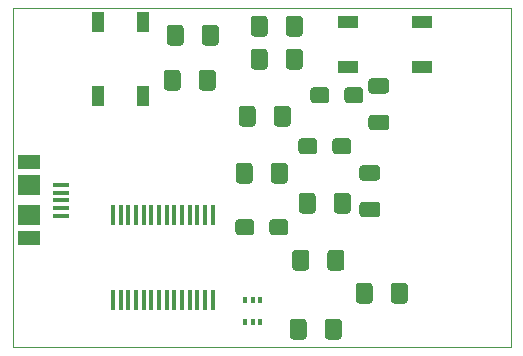
<source format=gbr>
G04 #@! TF.GenerationSoftware,KiCad,Pcbnew,5.1.9+dfsg1-1*
G04 #@! TF.CreationDate,2021-07-15T21:40:15-06:00*
G04 #@! TF.ProjectId,ESP_Programmer,4553505f-5072-46f6-9772-616d6d65722e,rev?*
G04 #@! TF.SameCoordinates,Original*
G04 #@! TF.FileFunction,Paste,Top*
G04 #@! TF.FilePolarity,Positive*
%FSLAX46Y46*%
G04 Gerber Fmt 4.6, Leading zero omitted, Abs format (unit mm)*
G04 Created by KiCad (PCBNEW 5.1.9+dfsg1-1) date 2021-07-15 21:40:15*
%MOMM*%
%LPD*%
G01*
G04 APERTURE LIST*
G04 #@! TA.AperFunction,Profile*
%ADD10C,0.050000*%
G04 #@! TD*
%ADD11R,0.450000X1.750000*%
%ADD12R,1.000001X1.699999*%
%ADD13R,1.699999X1.000001*%
%ADD14R,0.420000X0.600000*%
%ADD15R,0.100000X0.500000*%
%ADD16R,1.900000X1.260000*%
%ADD17R,1.900000X1.800000*%
%ADD18R,1.350000X0.400000*%
G04 APERTURE END LIST*
D10*
X184658000Y-116840000D02*
X195580000Y-116840000D01*
X184658000Y-88138000D02*
X184658000Y-116840000D01*
X184912000Y-88138000D02*
X184658000Y-88138000D01*
X226822000Y-88138000D02*
X184912000Y-88138000D01*
X226822000Y-116840000D02*
X226822000Y-88138000D01*
X226568000Y-116840000D02*
X226822000Y-116840000D01*
X195580000Y-116840000D02*
X226568000Y-116840000D01*
G04 #@! TO.C,R6*
G36*
G01*
X215509000Y-105832000D02*
X214259000Y-105832000D01*
G75*
G02*
X214009000Y-105582000I0J250000D01*
G01*
X214009000Y-104782000D01*
G75*
G02*
X214259000Y-104532000I250000J0D01*
G01*
X215509000Y-104532000D01*
G75*
G02*
X215759000Y-104782000I0J-250000D01*
G01*
X215759000Y-105582000D01*
G75*
G02*
X215509000Y-105832000I-250000J0D01*
G01*
G37*
G36*
G01*
X215509000Y-102732000D02*
X214259000Y-102732000D01*
G75*
G02*
X214009000Y-102482000I0J250000D01*
G01*
X214009000Y-101682000D01*
G75*
G02*
X214259000Y-101432000I250000J0D01*
G01*
X215509000Y-101432000D01*
G75*
G02*
X215759000Y-101682000I0J-250000D01*
G01*
X215759000Y-102482000D01*
G75*
G02*
X215509000Y-102732000I-250000J0D01*
G01*
G37*
G04 #@! TD*
G04 #@! TO.C,R5*
G36*
G01*
X216271000Y-98466000D02*
X215021000Y-98466000D01*
G75*
G02*
X214771000Y-98216000I0J250000D01*
G01*
X214771000Y-97416000D01*
G75*
G02*
X215021000Y-97166000I250000J0D01*
G01*
X216271000Y-97166000D01*
G75*
G02*
X216521000Y-97416000I0J-250000D01*
G01*
X216521000Y-98216000D01*
G75*
G02*
X216271000Y-98466000I-250000J0D01*
G01*
G37*
G36*
G01*
X216271000Y-95366000D02*
X215021000Y-95366000D01*
G75*
G02*
X214771000Y-95116000I0J250000D01*
G01*
X214771000Y-94316000D01*
G75*
G02*
X215021000Y-94066000I250000J0D01*
G01*
X216271000Y-94066000D01*
G75*
G02*
X216521000Y-94316000I0J-250000D01*
G01*
X216521000Y-95116000D01*
G75*
G02*
X216271000Y-95366000I-250000J0D01*
G01*
G37*
G04 #@! TD*
G04 #@! TO.C,D2*
G36*
G01*
X204810000Y-90287000D02*
X204810000Y-89037000D01*
G75*
G02*
X205060000Y-88787000I250000J0D01*
G01*
X205985000Y-88787000D01*
G75*
G02*
X206235000Y-89037000I0J-250000D01*
G01*
X206235000Y-90287000D01*
G75*
G02*
X205985000Y-90537000I-250000J0D01*
G01*
X205060000Y-90537000D01*
G75*
G02*
X204810000Y-90287000I0J250000D01*
G01*
G37*
G36*
G01*
X207785000Y-90287000D02*
X207785000Y-89037000D01*
G75*
G02*
X208035000Y-88787000I250000J0D01*
G01*
X208960000Y-88787000D01*
G75*
G02*
X209210000Y-89037000I0J-250000D01*
G01*
X209210000Y-90287000D01*
G75*
G02*
X208960000Y-90537000I-250000J0D01*
G01*
X208035000Y-90537000D01*
G75*
G02*
X207785000Y-90287000I0J250000D01*
G01*
G37*
G04 #@! TD*
G04 #@! TO.C,D1*
G36*
G01*
X204810000Y-93081000D02*
X204810000Y-91831000D01*
G75*
G02*
X205060000Y-91581000I250000J0D01*
G01*
X205985000Y-91581000D01*
G75*
G02*
X206235000Y-91831000I0J-250000D01*
G01*
X206235000Y-93081000D01*
G75*
G02*
X205985000Y-93331000I-250000J0D01*
G01*
X205060000Y-93331000D01*
G75*
G02*
X204810000Y-93081000I0J250000D01*
G01*
G37*
G36*
G01*
X207785000Y-93081000D02*
X207785000Y-91831000D01*
G75*
G02*
X208035000Y-91581000I250000J0D01*
G01*
X208960000Y-91581000D01*
G75*
G02*
X209210000Y-91831000I0J-250000D01*
G01*
X209210000Y-93081000D01*
G75*
G02*
X208960000Y-93331000I-250000J0D01*
G01*
X208035000Y-93331000D01*
G75*
G02*
X207785000Y-93081000I0J250000D01*
G01*
G37*
G04 #@! TD*
D11*
G04 #@! TO.C,U1*
X193133000Y-105620000D03*
X193783000Y-105620000D03*
X194433000Y-105620000D03*
X195083000Y-105620000D03*
X195733000Y-105620000D03*
X196383000Y-105620000D03*
X197033000Y-105620000D03*
X197683000Y-105620000D03*
X198333000Y-105620000D03*
X198983000Y-105620000D03*
X199633000Y-105620000D03*
X200283000Y-105620000D03*
X200933000Y-105620000D03*
X201583000Y-105620000D03*
X201583000Y-112820000D03*
X200933000Y-112820000D03*
X200283000Y-112820000D03*
X199633000Y-112820000D03*
X198983000Y-112820000D03*
X198333000Y-112820000D03*
X197683000Y-112820000D03*
X197033000Y-112820000D03*
X196383000Y-112820000D03*
X195733000Y-112820000D03*
X195083000Y-112820000D03*
X194433000Y-112820000D03*
X193783000Y-112820000D03*
X193133000Y-112820000D03*
G04 #@! TD*
D12*
G04 #@! TO.C,SW2*
X195702001Y-95605996D03*
X195702001Y-89305999D03*
X191902004Y-95605996D03*
X191902004Y-89305999D03*
G04 #@! TD*
D13*
G04 #@! TO.C,SW1*
X219303996Y-89285999D03*
X213003999Y-89285999D03*
X219303996Y-93085996D03*
X213003999Y-93085996D03*
G04 #@! TD*
G04 #@! TO.C,R4*
G36*
G01*
X206515000Y-102733000D02*
X206515000Y-101483000D01*
G75*
G02*
X206765000Y-101233000I250000J0D01*
G01*
X207690000Y-101233000D01*
G75*
G02*
X207940000Y-101483000I0J-250000D01*
G01*
X207940000Y-102733000D01*
G75*
G02*
X207690000Y-102983000I-250000J0D01*
G01*
X206765000Y-102983000D01*
G75*
G02*
X206515000Y-102733000I0J250000D01*
G01*
G37*
G36*
G01*
X203540000Y-102733000D02*
X203540000Y-101483000D01*
G75*
G02*
X203790000Y-101233000I250000J0D01*
G01*
X204715000Y-101233000D01*
G75*
G02*
X204965000Y-101483000I0J-250000D01*
G01*
X204965000Y-102733000D01*
G75*
G02*
X204715000Y-102983000I-250000J0D01*
G01*
X203790000Y-102983000D01*
G75*
G02*
X203540000Y-102733000I0J250000D01*
G01*
G37*
G04 #@! TD*
G04 #@! TO.C,R3*
G36*
G01*
X206769000Y-97907000D02*
X206769000Y-96657000D01*
G75*
G02*
X207019000Y-96407000I250000J0D01*
G01*
X207944000Y-96407000D01*
G75*
G02*
X208194000Y-96657000I0J-250000D01*
G01*
X208194000Y-97907000D01*
G75*
G02*
X207944000Y-98157000I-250000J0D01*
G01*
X207019000Y-98157000D01*
G75*
G02*
X206769000Y-97907000I0J250000D01*
G01*
G37*
G36*
G01*
X203794000Y-97907000D02*
X203794000Y-96657000D01*
G75*
G02*
X204044000Y-96407000I250000J0D01*
G01*
X204969000Y-96407000D01*
G75*
G02*
X205219000Y-96657000I0J-250000D01*
G01*
X205219000Y-97907000D01*
G75*
G02*
X204969000Y-98157000I-250000J0D01*
G01*
X204044000Y-98157000D01*
G75*
G02*
X203794000Y-97907000I0J250000D01*
G01*
G37*
G04 #@! TD*
G04 #@! TO.C,R2*
G36*
G01*
X215125000Y-111643000D02*
X215125000Y-112893000D01*
G75*
G02*
X214875000Y-113143000I-250000J0D01*
G01*
X213950000Y-113143000D01*
G75*
G02*
X213700000Y-112893000I0J250000D01*
G01*
X213700000Y-111643000D01*
G75*
G02*
X213950000Y-111393000I250000J0D01*
G01*
X214875000Y-111393000D01*
G75*
G02*
X215125000Y-111643000I0J-250000D01*
G01*
G37*
G36*
G01*
X218100000Y-111643000D02*
X218100000Y-112893000D01*
G75*
G02*
X217850000Y-113143000I-250000J0D01*
G01*
X216925000Y-113143000D01*
G75*
G02*
X216675000Y-112893000I0J250000D01*
G01*
X216675000Y-111643000D01*
G75*
G02*
X216925000Y-111393000I250000J0D01*
G01*
X217850000Y-111393000D01*
G75*
G02*
X218100000Y-111643000I0J-250000D01*
G01*
G37*
G04 #@! TD*
G04 #@! TO.C,R1*
G36*
G01*
X209537000Y-114691000D02*
X209537000Y-115941000D01*
G75*
G02*
X209287000Y-116191000I-250000J0D01*
G01*
X208362000Y-116191000D01*
G75*
G02*
X208112000Y-115941000I0J250000D01*
G01*
X208112000Y-114691000D01*
G75*
G02*
X208362000Y-114441000I250000J0D01*
G01*
X209287000Y-114441000D01*
G75*
G02*
X209537000Y-114691000I0J-250000D01*
G01*
G37*
G36*
G01*
X212512000Y-114691000D02*
X212512000Y-115941000D01*
G75*
G02*
X212262000Y-116191000I-250000J0D01*
G01*
X211337000Y-116191000D01*
G75*
G02*
X211087000Y-115941000I0J250000D01*
G01*
X211087000Y-114691000D01*
G75*
G02*
X211337000Y-114441000I250000J0D01*
G01*
X212262000Y-114441000D01*
G75*
G02*
X212512000Y-114691000I0J-250000D01*
G01*
G37*
G04 #@! TD*
D14*
G04 #@! TO.C,Q1*
X205628000Y-114742000D03*
X204978000Y-114742000D03*
X204328000Y-114742000D03*
X205628000Y-112842000D03*
X204978000Y-112842000D03*
X204328000Y-112842000D03*
G04 #@! TD*
D15*
G04 #@! TO.C,J1*
X185147000Y-100504000D03*
X186947000Y-100504000D03*
D16*
X186047000Y-101154000D03*
D15*
X185147000Y-108294000D03*
D17*
X186047000Y-105669000D03*
D18*
X188722000Y-103094000D03*
X188722000Y-103744000D03*
X188722000Y-104394000D03*
X188722000Y-105044000D03*
X188722000Y-105694000D03*
D17*
X186047000Y-103119000D03*
D16*
X186047000Y-107634000D03*
D15*
X186947000Y-108284000D03*
G04 #@! TD*
G04 #@! TO.C,C7*
G36*
G01*
X211304500Y-110099000D02*
X211304500Y-108849000D01*
G75*
G02*
X211554500Y-108599000I250000J0D01*
G01*
X212479500Y-108599000D01*
G75*
G02*
X212729500Y-108849000I0J-250000D01*
G01*
X212729500Y-110099000D01*
G75*
G02*
X212479500Y-110349000I-250000J0D01*
G01*
X211554500Y-110349000D01*
G75*
G02*
X211304500Y-110099000I0J250000D01*
G01*
G37*
G36*
G01*
X208329500Y-110099000D02*
X208329500Y-108849000D01*
G75*
G02*
X208579500Y-108599000I250000J0D01*
G01*
X209504500Y-108599000D01*
G75*
G02*
X209754500Y-108849000I0J-250000D01*
G01*
X209754500Y-110099000D01*
G75*
G02*
X209504500Y-110349000I-250000J0D01*
G01*
X208579500Y-110349000D01*
G75*
G02*
X208329500Y-110099000I0J250000D01*
G01*
G37*
G04 #@! TD*
G04 #@! TO.C,C6*
G36*
G01*
X206390000Y-107105001D02*
X206390000Y-106254999D01*
G75*
G02*
X206639999Y-106005000I249999J0D01*
G01*
X207715001Y-106005000D01*
G75*
G02*
X207965000Y-106254999I0J-249999D01*
G01*
X207965000Y-107105001D01*
G75*
G02*
X207715001Y-107355000I-249999J0D01*
G01*
X206639999Y-107355000D01*
G75*
G02*
X206390000Y-107105001I0J249999D01*
G01*
G37*
G36*
G01*
X203515000Y-107105001D02*
X203515000Y-106254999D01*
G75*
G02*
X203764999Y-106005000I249999J0D01*
G01*
X204840001Y-106005000D01*
G75*
G02*
X205090000Y-106254999I0J-249999D01*
G01*
X205090000Y-107105001D01*
G75*
G02*
X204840001Y-107355000I-249999J0D01*
G01*
X203764999Y-107355000D01*
G75*
G02*
X203515000Y-107105001I0J249999D01*
G01*
G37*
G04 #@! TD*
G04 #@! TO.C,C5*
G36*
G01*
X211849000Y-105273000D02*
X211849000Y-104023000D01*
G75*
G02*
X212099000Y-103773000I250000J0D01*
G01*
X213024000Y-103773000D01*
G75*
G02*
X213274000Y-104023000I0J-250000D01*
G01*
X213274000Y-105273000D01*
G75*
G02*
X213024000Y-105523000I-250000J0D01*
G01*
X212099000Y-105523000D01*
G75*
G02*
X211849000Y-105273000I0J250000D01*
G01*
G37*
G36*
G01*
X208874000Y-105273000D02*
X208874000Y-104023000D01*
G75*
G02*
X209124000Y-103773000I250000J0D01*
G01*
X210049000Y-103773000D01*
G75*
G02*
X210299000Y-104023000I0J-250000D01*
G01*
X210299000Y-105273000D01*
G75*
G02*
X210049000Y-105523000I-250000J0D01*
G01*
X209124000Y-105523000D01*
G75*
G02*
X208874000Y-105273000I0J250000D01*
G01*
G37*
G04 #@! TD*
G04 #@! TO.C,C4*
G36*
G01*
X211724000Y-100247001D02*
X211724000Y-99396999D01*
G75*
G02*
X211973999Y-99147000I249999J0D01*
G01*
X213049001Y-99147000D01*
G75*
G02*
X213299000Y-99396999I0J-249999D01*
G01*
X213299000Y-100247001D01*
G75*
G02*
X213049001Y-100497000I-249999J0D01*
G01*
X211973999Y-100497000D01*
G75*
G02*
X211724000Y-100247001I0J249999D01*
G01*
G37*
G36*
G01*
X208849000Y-100247001D02*
X208849000Y-99396999D01*
G75*
G02*
X209098999Y-99147000I249999J0D01*
G01*
X210174001Y-99147000D01*
G75*
G02*
X210424000Y-99396999I0J-249999D01*
G01*
X210424000Y-100247001D01*
G75*
G02*
X210174001Y-100497000I-249999J0D01*
G01*
X209098999Y-100497000D01*
G75*
G02*
X208849000Y-100247001I0J249999D01*
G01*
G37*
G04 #@! TD*
G04 #@! TO.C,C3*
G36*
G01*
X200419000Y-94859000D02*
X200419000Y-93609000D01*
G75*
G02*
X200669000Y-93359000I250000J0D01*
G01*
X201594000Y-93359000D01*
G75*
G02*
X201844000Y-93609000I0J-250000D01*
G01*
X201844000Y-94859000D01*
G75*
G02*
X201594000Y-95109000I-250000J0D01*
G01*
X200669000Y-95109000D01*
G75*
G02*
X200419000Y-94859000I0J250000D01*
G01*
G37*
G36*
G01*
X197444000Y-94859000D02*
X197444000Y-93609000D01*
G75*
G02*
X197694000Y-93359000I250000J0D01*
G01*
X198619000Y-93359000D01*
G75*
G02*
X198869000Y-93609000I0J-250000D01*
G01*
X198869000Y-94859000D01*
G75*
G02*
X198619000Y-95109000I-250000J0D01*
G01*
X197694000Y-95109000D01*
G75*
G02*
X197444000Y-94859000I0J250000D01*
G01*
G37*
G04 #@! TD*
G04 #@! TO.C,C2*
G36*
G01*
X202098000Y-89799000D02*
X202098000Y-91049000D01*
G75*
G02*
X201848000Y-91299000I-250000J0D01*
G01*
X200923000Y-91299000D01*
G75*
G02*
X200673000Y-91049000I0J250000D01*
G01*
X200673000Y-89799000D01*
G75*
G02*
X200923000Y-89549000I250000J0D01*
G01*
X201848000Y-89549000D01*
G75*
G02*
X202098000Y-89799000I0J-250000D01*
G01*
G37*
G36*
G01*
X199123000Y-89799000D02*
X199123000Y-91049000D01*
G75*
G02*
X198873000Y-91299000I-250000J0D01*
G01*
X197948000Y-91299000D01*
G75*
G02*
X197698000Y-91049000I0J250000D01*
G01*
X197698000Y-89799000D01*
G75*
G02*
X197948000Y-89549000I250000J0D01*
G01*
X198873000Y-89549000D01*
G75*
G02*
X199123000Y-89799000I0J-250000D01*
G01*
G37*
G04 #@! TD*
G04 #@! TO.C,C1*
G36*
G01*
X212740000Y-95929001D02*
X212740000Y-95078999D01*
G75*
G02*
X212989999Y-94829000I249999J0D01*
G01*
X214065001Y-94829000D01*
G75*
G02*
X214315000Y-95078999I0J-249999D01*
G01*
X214315000Y-95929001D01*
G75*
G02*
X214065001Y-96179000I-249999J0D01*
G01*
X212989999Y-96179000D01*
G75*
G02*
X212740000Y-95929001I0J249999D01*
G01*
G37*
G36*
G01*
X209865000Y-95929001D02*
X209865000Y-95078999D01*
G75*
G02*
X210114999Y-94829000I249999J0D01*
G01*
X211190001Y-94829000D01*
G75*
G02*
X211440000Y-95078999I0J-249999D01*
G01*
X211440000Y-95929001D01*
G75*
G02*
X211190001Y-96179000I-249999J0D01*
G01*
X210114999Y-96179000D01*
G75*
G02*
X209865000Y-95929001I0J249999D01*
G01*
G37*
G04 #@! TD*
M02*

</source>
